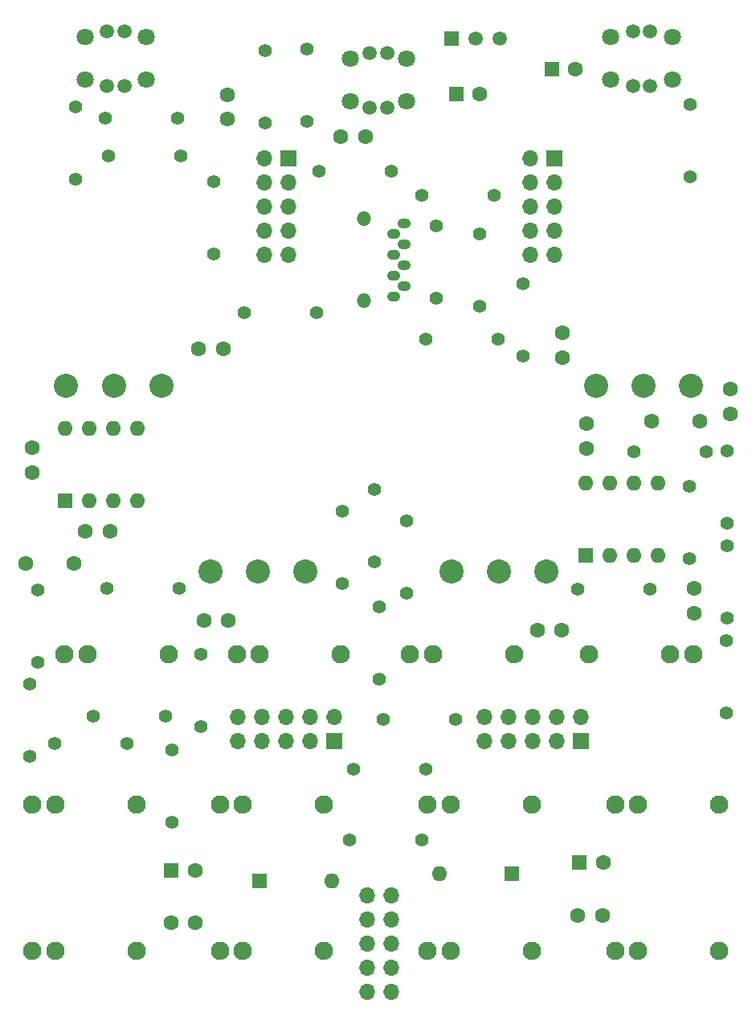
<source format=gbr>
G04 #@! TF.GenerationSoftware,KiCad,Pcbnew,7.0.1-0*
G04 #@! TF.CreationDate,2023-04-05T16:45:21-07:00*
G04 #@! TF.ProjectId,Kit-Trig-Sampler,4b69742d-5472-4696-972d-53616d706c65,rev?*
G04 #@! TF.SameCoordinates,PXb745f8PY7402318*
G04 #@! TF.FileFunction,Soldermask,Bot*
G04 #@! TF.FilePolarity,Negative*
%FSLAX46Y46*%
G04 Gerber Fmt 4.6, Leading zero omitted, Abs format (unit mm)*
G04 Created by KiCad (PCBNEW 7.0.1-0) date 2023-04-05 16:45:21*
%MOMM*%
%LPD*%
G01*
G04 APERTURE LIST*
%ADD10C,1.397000*%
%ADD11C,1.600000*%
%ADD12R,1.600000X1.600000*%
%ADD13O,1.600000X1.600000*%
%ADD14R,1.700000X1.700000*%
%ADD15O,1.700000X1.700000*%
%ADD16R,1.500000X1.500000*%
%ADD17C,1.500000*%
%ADD18C,1.930400*%
%ADD19C,1.800000*%
%ADD20O,1.397000X1.092200*%
%ADD21O,1.524000X1.524000*%
%ADD22C,2.540000*%
G04 APERTURE END LIST*
D10*
G04 #@! TO.C,R17*
X35949000Y19623800D03*
X43569000Y19623800D03*
G04 #@! TD*
D11*
G04 #@! TO.C,C7*
X60017200Y11643800D03*
X62608000Y11643800D03*
G04 #@! TD*
G04 #@! TO.C,C17*
X35017200Y93743800D03*
X37608000Y93743800D03*
G04 #@! TD*
D10*
G04 #@! TO.C,R26*
X40299000Y90043800D03*
X32679000Y90043800D03*
G04 #@! TD*
G04 #@! TO.C,R2*
X39089000Y44153800D03*
X39089000Y36533800D03*
G04 #@! TD*
G04 #@! TO.C,R37*
X75759000Y52983800D03*
X75759000Y60603800D03*
G04 #@! TD*
D12*
G04 #@! TO.C,D2*
X52999000Y16043800D03*
D13*
X45379000Y16043800D03*
G04 #@! TD*
D10*
G04 #@! TO.C,R33*
X43979000Y27093800D03*
X36359000Y27093800D03*
G04 #@! TD*
D14*
G04 #@! TO.C,JC1*
X34340978Y30080000D03*
D15*
X34340978Y32620000D03*
X31800978Y30080000D03*
X31800978Y32620000D03*
X29260978Y30080000D03*
X29260978Y32620000D03*
X26720978Y30080000D03*
X26720978Y32620000D03*
X24180978Y30080000D03*
X24180978Y32620000D03*
G04 #@! TD*
D10*
G04 #@! TO.C,R16*
X31489000Y95333800D03*
X31489000Y102953800D03*
G04 #@! TD*
D11*
G04 #@! TO.C,C1*
X58389000Y70472000D03*
X58389000Y73062800D03*
G04 #@! TD*
D12*
G04 #@! TO.C,C4*
X60189000Y17243800D03*
D11*
X62689000Y17243800D03*
G04 #@! TD*
D10*
G04 #@! TO.C,R5*
X41989000Y53253800D03*
X41989000Y45633800D03*
G04 #@! TD*
G04 #@! TO.C,R14*
X3089000Y45963800D03*
X3089000Y38343800D03*
G04 #@! TD*
G04 #@! TO.C,R25*
X71805800Y97104200D03*
X71805800Y89484200D03*
G04 #@! TD*
D11*
G04 #@! TO.C,C15*
X8078200Y52133800D03*
X10669000Y52133800D03*
G04 #@! TD*
D12*
G04 #@! TO.C,C19*
X57264000Y100818800D03*
D11*
X59764000Y100818800D03*
G04 #@! TD*
D12*
G04 #@! TO.C,C20*
X47189000Y98218800D03*
D11*
X49689000Y98218800D03*
G04 #@! TD*
D12*
G04 #@! TO.C,D1*
X26479000Y15343800D03*
D13*
X34099000Y15343800D03*
G04 #@! TD*
D11*
G04 #@! TO.C,C13*
X72289000Y46115600D03*
X72289000Y43524800D03*
G04 #@! TD*
D10*
G04 #@! TO.C,R23*
X54189000Y78253800D03*
X54189000Y70633800D03*
G04 #@! TD*
D11*
G04 #@! TO.C,C9*
X23160800Y42743800D03*
X20570000Y42743800D03*
G04 #@! TD*
D12*
G04 #@! TO.C,U1*
X60789000Y49633800D03*
D13*
X63329000Y49633800D03*
X65869000Y49633800D03*
X68409000Y49633800D03*
X68409000Y57253800D03*
X65869000Y57253800D03*
X63329000Y57253800D03*
X60789000Y57253800D03*
G04 #@! TD*
D10*
G04 #@! TO.C,R30*
X51562000Y72415400D03*
X43942000Y72415400D03*
G04 #@! TD*
G04 #@! TO.C,R21*
X10219000Y95703800D03*
X17839000Y95703800D03*
G04 #@! TD*
G04 #@! TO.C,R20*
X4829000Y29753800D03*
X12449000Y29753800D03*
G04 #@! TD*
D15*
G04 #@! TO.C,J14*
X37819000Y13823800D03*
X40359000Y13823800D03*
X37819000Y11283800D03*
X40359000Y11283800D03*
X37819000Y8743800D03*
X40359000Y8743800D03*
X37819000Y6203800D03*
X40359000Y6203800D03*
X37819000Y3663800D03*
X40359000Y3663800D03*
G04 #@! TD*
D10*
G04 #@! TO.C,R4*
X20289000Y39153800D03*
X20289000Y31533800D03*
G04 #@! TD*
G04 #@! TO.C,R28*
X21589000Y81333800D03*
X21589000Y88953800D03*
G04 #@! TD*
G04 #@! TO.C,R40*
X27079000Y95173800D03*
X27079000Y102793800D03*
G04 #@! TD*
G04 #@! TO.C,R1*
X75639000Y33043800D03*
X75639000Y40663800D03*
G04 #@! TD*
G04 #@! TO.C,R41*
X18149000Y91653800D03*
X10529000Y91653800D03*
G04 #@! TD*
G04 #@! TO.C,R12*
X47099000Y32343800D03*
X39479000Y32343800D03*
G04 #@! TD*
D11*
G04 #@! TO.C,C8*
X19709800Y10943800D03*
X17119000Y10943800D03*
G04 #@! TD*
D10*
G04 #@! TO.C,R27*
X7061200Y96875600D03*
X7061200Y89255600D03*
G04 #@! TD*
D11*
G04 #@! TO.C,C6*
X67774400Y63743800D03*
X72854400Y63743800D03*
G04 #@! TD*
D10*
G04 #@! TO.C,R6*
X38589000Y56553800D03*
X38589000Y48933800D03*
G04 #@! TD*
G04 #@! TO.C,R9*
X75759000Y42963800D03*
X75759000Y50583800D03*
G04 #@! TD*
G04 #@! TO.C,R32*
X24879000Y75143800D03*
X32499000Y75143800D03*
G04 #@! TD*
D11*
G04 #@! TO.C,C2*
X20017200Y71343800D03*
X22608000Y71343800D03*
G04 #@! TD*
D10*
G04 #@! TO.C,R13*
X10329000Y46143800D03*
X17949000Y46143800D03*
G04 #@! TD*
G04 #@! TO.C,R19*
X45089000Y76663800D03*
X45089000Y84283800D03*
G04 #@! TD*
D12*
G04 #@! TO.C,C5*
X17139000Y16443800D03*
D11*
X19639000Y16443800D03*
G04 #@! TD*
G04 #@! TO.C,C14*
X2489000Y60915600D03*
X2489000Y58324800D03*
G04 #@! TD*
D10*
G04 #@! TO.C,R34*
X17189000Y21533800D03*
X17189000Y29153800D03*
G04 #@! TD*
D14*
G04 #@! TO.C,JA1*
X57531000Y91429992D03*
D15*
X54991000Y91429992D03*
X57531000Y88889992D03*
X54991000Y88889992D03*
X57531000Y86349992D03*
X54991000Y86349992D03*
X57531000Y83809992D03*
X54991000Y83809992D03*
X57531000Y81269992D03*
X54991000Y81269992D03*
G04 #@! TD*
D10*
G04 #@! TO.C,R31*
X49649000Y75813800D03*
X49649000Y83433800D03*
G04 #@! TD*
D12*
G04 #@! TO.C,U2*
X5989000Y55333800D03*
D13*
X8529000Y55333800D03*
X11069000Y55333800D03*
X13609000Y55333800D03*
X13609000Y62953800D03*
X11069000Y62953800D03*
X8529000Y62953800D03*
X5989000Y62953800D03*
G04 #@! TD*
D10*
G04 #@! TO.C,R7*
X8919000Y32673800D03*
X16539000Y32673800D03*
G04 #@! TD*
D16*
G04 #@! TO.C,U3*
X46724000Y104026300D03*
D17*
X49264000Y104026300D03*
X51804000Y104026300D03*
G04 #@! TD*
D11*
G04 #@! TO.C,C12*
X60889000Y60872000D03*
X60889000Y63462800D03*
G04 #@! TD*
G04 #@! TO.C,C16*
X23089000Y95543800D03*
X23089000Y98134600D03*
G04 #@! TD*
D10*
G04 #@! TO.C,R11*
X71789000Y56853800D03*
X71789000Y49233800D03*
G04 #@! TD*
G04 #@! TO.C,R10*
X65879000Y60543800D03*
X73499000Y60543800D03*
G04 #@! TD*
G04 #@! TO.C,R15*
X2239000Y36093800D03*
X2239000Y28473800D03*
G04 #@! TD*
D11*
G04 #@! TO.C,C11*
X6883600Y48763800D03*
X1803600Y48763800D03*
G04 #@! TD*
D10*
G04 #@! TO.C,R18*
X51189000Y87553800D03*
X43569000Y87553800D03*
G04 #@! TD*
D14*
G04 #@! TO.C,JB1*
X60341002Y30080000D03*
D15*
X60341002Y32620000D03*
X57801002Y30080000D03*
X57801002Y32620000D03*
X55261002Y30080000D03*
X55261002Y32620000D03*
X52721002Y30080000D03*
X52721002Y32620000D03*
X50181002Y30080000D03*
X50181002Y32620000D03*
G04 #@! TD*
D10*
G04 #@! TO.C,R8*
X59979000Y46043800D03*
X67599000Y46043800D03*
G04 #@! TD*
D11*
G04 #@! TO.C,C3*
X76089000Y67115600D03*
X76089000Y64524800D03*
G04 #@! TD*
D14*
G04 #@! TO.C,JD1*
X29530980Y91429992D03*
D15*
X26990980Y91429992D03*
X29530980Y88889992D03*
X26990980Y88889992D03*
X29530980Y86349992D03*
X26990980Y86349992D03*
X29530980Y83809992D03*
X26990980Y83809992D03*
X29530980Y81269992D03*
X26990980Y81269992D03*
G04 #@! TD*
D10*
G04 #@! TO.C,R3*
X35189000Y54253800D03*
X35189000Y46633800D03*
G04 #@! TD*
D11*
G04 #@! TO.C,C10*
X55717200Y41743800D03*
X58308000Y41743800D03*
G04 #@! TD*
D18*
G04 #@! TO.C,J10*
X55153000Y23386564D03*
X44180200Y23386564D03*
X46593200Y23386564D03*
G04 #@! TD*
D19*
G04 #@! TO.C,Bank_But1*
X69939000Y104186564D03*
X63439000Y104186564D03*
X69939000Y99686564D03*
X63439000Y99686564D03*
D17*
X67589000Y104836564D03*
X65789000Y104836564D03*
X65789000Y99036564D03*
X67589000Y99036564D03*
G04 #@! TD*
D20*
G04 #@! TO.C,SD1*
X40619000Y76904049D03*
X41718820Y78003869D03*
X40619000Y79103943D03*
X41718820Y80203763D03*
X40619000Y81303837D03*
X41718820Y82403657D03*
X40619000Y83503731D03*
X41718820Y84603551D03*
D21*
X37449080Y76461200D03*
X37449080Y85046400D03*
G04 #@! TD*
D22*
G04 #@! TO.C,POT_LENGTH1*
X31289000Y47919800D03*
X26289000Y47919800D03*
X21289000Y47919800D03*
G04 #@! TD*
D18*
G04 #@! TO.C,J2*
X35046000Y39186564D03*
X24073200Y39186564D03*
X26486200Y39186564D03*
G04 #@! TD*
D22*
G04 #@! TO.C,POT_PITCH1*
X71889000Y67507564D03*
X66889000Y67507564D03*
X61889000Y67507564D03*
G04 #@! TD*
D18*
G04 #@! TO.C,J7*
X33266000Y7961564D03*
X22293200Y7961564D03*
X24706200Y7961564D03*
G04 #@! TD*
G04 #@! TO.C,J6*
X13471000Y23386564D03*
X2498200Y23386564D03*
X4911200Y23386564D03*
G04 #@! TD*
G04 #@! TO.C,J4*
X61182000Y39186564D03*
X72154800Y39186564D03*
X69741800Y39186564D03*
G04 #@! TD*
D19*
G04 #@! TO.C,REV_BUT1*
X14539000Y104186564D03*
X8039000Y104186564D03*
X14539000Y99686564D03*
X8039000Y99686564D03*
D17*
X12189000Y104836564D03*
X10389000Y104836564D03*
X10389000Y99036564D03*
X12189000Y99036564D03*
G04 #@! TD*
D18*
G04 #@! TO.C,J5*
X13471000Y7961564D03*
X2498200Y7961564D03*
X4911200Y7961564D03*
G04 #@! TD*
G04 #@! TO.C,J9*
X55126000Y7961564D03*
X44153200Y7961564D03*
X46566200Y7961564D03*
G04 #@! TD*
G04 #@! TO.C,J8*
X74921000Y23386564D03*
X63948200Y23386564D03*
X66361200Y23386564D03*
G04 #@! TD*
G04 #@! TO.C,J1*
X53271000Y39186564D03*
X42298200Y39186564D03*
X44711200Y39186564D03*
G04 #@! TD*
G04 #@! TO.C,J11*
X74921000Y7961564D03*
X63948200Y7961564D03*
X66361200Y7961564D03*
G04 #@! TD*
G04 #@! TO.C,J13*
X33239000Y23386564D03*
X22266200Y23386564D03*
X24679200Y23386564D03*
G04 #@! TD*
D22*
G04 #@! TO.C,POT_START1*
X56689000Y47875481D03*
X51689000Y47875481D03*
X46689000Y47875481D03*
G04 #@! TD*
D19*
G04 #@! TO.C,PLAY_BUT1*
X41985000Y101911564D03*
X35993000Y101911564D03*
X41985000Y97411564D03*
X35993000Y97411564D03*
D17*
X39889000Y102561564D03*
X38089000Y102561564D03*
X38089000Y96761564D03*
X39889000Y96761564D03*
G04 #@! TD*
D22*
G04 #@! TO.C,POT_SAMP1*
X16089000Y67507564D03*
X11089000Y67507564D03*
X6089000Y67507564D03*
G04 #@! TD*
D18*
G04 #@! TO.C,J3*
X16871000Y39186564D03*
X5898200Y39186564D03*
X8311200Y39186564D03*
G04 #@! TD*
M02*

</source>
